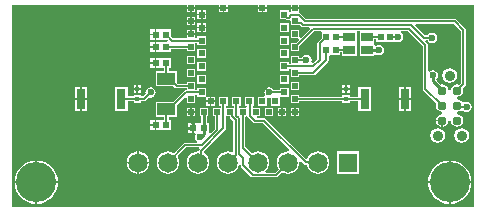
<source format=gtl>
G04*
G04 #@! TF.GenerationSoftware,Altium Limited,Altium Designer,21.6.4 (81)*
G04*
G04 Layer_Physical_Order=1*
G04 Layer_Color=255*
%FSLAX44Y44*%
%MOMM*%
G71*
G04*
G04 #@! TF.SameCoordinates,9C7C5B9B-610B-4B87-8B93-73775DEEA3A0*
G04*
G04*
G04 #@! TF.FilePolarity,Positive*
G04*
G01*
G75*
%ADD10C,0.1270*%
%ADD11C,0.2540*%
%ADD14R,1.5500X1.0000*%
%ADD16R,0.3500X0.3600*%
%ADD17R,0.5200X0.5500*%
%ADD18R,0.6200X0.6200*%
%ADD19R,0.4900X0.4900*%
%ADD20R,0.8000X1.7000*%
%ADD21R,1.0000X0.8000*%
%ADD34C,0.7900*%
%ADD35C,0.1524*%
%ADD36C,0.1520*%
%ADD37C,0.9000*%
%ADD38C,3.4000*%
%ADD39C,1.6500*%
%ADD40R,1.6500X1.6500*%
%ADD41C,0.6000*%
G36*
X395922Y4078D02*
X4078Y4078D01*
X4078Y175000D01*
X152280D01*
Y173262D01*
X156000D01*
X159720D01*
Y175000D01*
X179780D01*
Y173262D01*
X183500D01*
X187220D01*
Y175000D01*
X212780D01*
Y173262D01*
X216500D01*
X220220D01*
Y175000D01*
X240280D01*
Y173262D01*
X244000D01*
X247720D01*
Y175000D01*
X395922D01*
X395922Y4078D01*
D02*
G37*
%LPC*%
G36*
X247720Y171738D02*
X244000D01*
X240280D01*
X240280Y169397D01*
X240212Y169304D01*
X240098Y169202D01*
X239990Y169178D01*
X238720Y170201D01*
Y170720D01*
X231280D01*
Y163280D01*
X235793D01*
X236072Y163001D01*
X236744Y162552D01*
X237536Y162394D01*
X238840D01*
X239010Y162428D01*
X240280Y161574D01*
Y157780D01*
X245490D01*
X245690Y157740D01*
X248658D01*
X249652Y156746D01*
X250323Y156298D01*
X251115Y156140D01*
X256054D01*
X256540Y154967D01*
X248990Y147417D01*
X247720Y147943D01*
Y154220D01*
X240280D01*
Y146780D01*
X246557D01*
X247083Y145510D01*
X244793Y143220D01*
X240280D01*
Y135780D01*
X247720D01*
Y140293D01*
X260357Y152930D01*
X265762D01*
X266630Y152020D01*
X266630Y151660D01*
Y146877D01*
X263627Y143873D01*
X263206Y143243D01*
X263058Y142500D01*
Y129555D01*
X259117Y125614D01*
X258541Y125699D01*
X258044Y126433D01*
X257823Y127090D01*
X258104Y128500D01*
X257772Y130166D01*
X256828Y131579D01*
X255416Y132522D01*
X253750Y132854D01*
X252084Y132522D01*
X250672Y131579D01*
X249912Y130442D01*
X247720D01*
Y132220D01*
X240280D01*
Y124942D01*
X238720D01*
Y126720D01*
X231280D01*
Y119280D01*
X238720D01*
Y121058D01*
X240280D01*
Y113780D01*
X247720D01*
Y115558D01*
X259500D01*
X260243Y115706D01*
X260873Y116127D01*
X271873Y127127D01*
X272295Y127757D01*
X272442Y128500D01*
Y132082D01*
X273340Y132980D01*
X274370Y132980D01*
X275640Y132980D01*
X282370D01*
Y135058D01*
X283730D01*
Y131730D01*
X296270D01*
Y141460D01*
X296270Y142270D01*
X296270Y143540D01*
Y152930D01*
X298730D01*
Y143540D01*
X298730Y142730D01*
X298730Y141460D01*
Y131730D01*
X311270D01*
Y132829D01*
X312540Y133508D01*
X313334Y132978D01*
X315000Y132646D01*
X316666Y132978D01*
X318078Y133921D01*
X319022Y135334D01*
X319354Y137000D01*
X319022Y138666D01*
X318078Y140078D01*
X316666Y141022D01*
X315000Y141354D01*
X313334Y141022D01*
X312540Y140492D01*
X311270Y141171D01*
X311270Y142270D01*
X311270Y143540D01*
Y146058D01*
X312630D01*
Y143980D01*
X319360D01*
X320370Y143980D01*
X321640Y143980D01*
X328370D01*
Y143980D01*
X328511Y144056D01*
X329635Y143968D01*
X331250Y143646D01*
X332916Y143978D01*
X334328Y144922D01*
X335272Y146334D01*
X335604Y148000D01*
X335272Y149666D01*
X334328Y151079D01*
X333458Y151660D01*
X333843Y152930D01*
X339643D01*
X352400Y140173D01*
Y104080D01*
X352558Y103288D01*
X353006Y102617D01*
X363634Y91989D01*
X363633Y91987D01*
X363228Y89950D01*
X363633Y87913D01*
X364787Y86187D01*
X366513Y85033D01*
X368550Y84628D01*
Y82572D01*
X366513Y82167D01*
X364787Y81013D01*
X363633Y79287D01*
X363379Y78012D01*
X368550D01*
Y77250D01*
X369312D01*
Y72079D01*
X370587Y72333D01*
X372313Y73487D01*
X373467Y75213D01*
X373872Y77250D01*
X375928D01*
X376333Y75213D01*
X377487Y73487D01*
X379213Y72333D01*
X381250Y71928D01*
X383287Y72333D01*
X385013Y73487D01*
X386167Y75213D01*
X386572Y77250D01*
X386167Y79287D01*
X385013Y81013D01*
X383287Y82167D01*
X381250Y82572D01*
Y84628D01*
X383287Y85033D01*
X385013Y86187D01*
X386166Y85674D01*
X386189Y85660D01*
X387584Y84728D01*
X389250Y84396D01*
X390916Y84728D01*
X392328Y85672D01*
X393272Y87084D01*
X393604Y88750D01*
X393272Y90416D01*
X392328Y91828D01*
X390916Y92772D01*
X389250Y93104D01*
X387584Y92772D01*
X387251Y92550D01*
X385536Y92931D01*
X385013Y93713D01*
X383287Y94867D01*
X381250Y95272D01*
Y97328D01*
X383287Y97733D01*
X385013Y98887D01*
X386167Y100613D01*
X386572Y102650D01*
X386167Y104687D01*
X386166Y104689D01*
X387963Y106486D01*
X388412Y107158D01*
X388570Y107950D01*
Y154000D01*
X388412Y154792D01*
X387963Y155463D01*
X380714Y162714D01*
X380042Y163162D01*
X379250Y163320D01*
X253232D01*
X248858Y167694D01*
X248592Y167871D01*
X248071Y168414D01*
X247720Y169242D01*
X247720Y171738D01*
D02*
G37*
G36*
X220220Y171738D02*
X217262D01*
Y168780D01*
X220220D01*
Y171738D01*
D02*
G37*
G36*
X215738D02*
X212780D01*
Y168780D01*
X215738D01*
Y171738D01*
D02*
G37*
G36*
X187220Y171738D02*
X184262D01*
Y168780D01*
X187220D01*
Y171738D01*
D02*
G37*
G36*
X182738D02*
X179780D01*
Y168780D01*
X182738D01*
Y171738D01*
D02*
G37*
G36*
X159720Y171738D02*
X156762D01*
Y168780D01*
X159720D01*
Y171738D01*
D02*
G37*
G36*
X155238D02*
X152280D01*
Y168780D01*
X155238D01*
Y171738D01*
D02*
G37*
G36*
X168720Y170720D02*
X165762D01*
Y167762D01*
X168720D01*
Y170720D01*
D02*
G37*
G36*
X164238D02*
X161280D01*
Y167762D01*
X164238D01*
Y170720D01*
D02*
G37*
G36*
X168720Y166238D02*
X165762D01*
Y163280D01*
X168720D01*
Y166238D01*
D02*
G37*
G36*
X164238D02*
X161280D01*
Y163280D01*
X164238D01*
Y166238D01*
D02*
G37*
G36*
X159720Y165220D02*
X156762D01*
Y162262D01*
X159720D01*
Y165220D01*
D02*
G37*
G36*
X155238D02*
X152280D01*
Y162262D01*
X155238D01*
Y165220D01*
D02*
G37*
G36*
X159720Y160738D02*
X156762D01*
Y157780D01*
X159720D01*
Y160738D01*
D02*
G37*
G36*
X155238D02*
X152280D01*
Y157780D01*
X155238D01*
Y160738D01*
D02*
G37*
G36*
X168720Y159720D02*
X165762D01*
Y156762D01*
X168720D01*
Y159720D01*
D02*
G37*
G36*
X164238D02*
X161280D01*
Y156762D01*
X164238D01*
Y159720D01*
D02*
G37*
G36*
X238720D02*
X231280D01*
Y152280D01*
X238720D01*
Y159720D01*
D02*
G37*
G36*
X168720Y155238D02*
X165762D01*
Y152280D01*
X168720D01*
Y155238D01*
D02*
G37*
G36*
X164238D02*
X161280D01*
Y152280D01*
X164238D01*
Y155238D01*
D02*
G37*
G36*
X159720Y154220D02*
X156762D01*
Y151262D01*
X159720D01*
Y154220D01*
D02*
G37*
G36*
X155238D02*
X152280D01*
Y151262D01*
X155238D01*
Y154220D01*
D02*
G37*
G36*
X125238Y154370D02*
X121630D01*
Y150762D01*
X125238D01*
Y154370D01*
D02*
G37*
G36*
Y149238D02*
X121630D01*
Y145630D01*
X125238D01*
Y149238D01*
D02*
G37*
G36*
X130630Y154370D02*
X129360Y154370D01*
X126762D01*
Y150000D01*
Y145630D01*
X129360D01*
X130370Y145630D01*
X131640Y145630D01*
X136207D01*
X136580Y145140D01*
X135952Y143870D01*
X130630Y143870D01*
X129360Y143870D01*
X126762D01*
Y139500D01*
Y135130D01*
X129360D01*
X130370Y135130D01*
X131640Y135130D01*
X139370D01*
Y137430D01*
X152280D01*
Y135780D01*
X159720D01*
Y142930D01*
X161280D01*
Y141280D01*
X168720D01*
Y148720D01*
X161280D01*
Y147070D01*
X159720D01*
Y149738D01*
X156000D01*
X152280D01*
Y147070D01*
X141107D01*
X139370Y148807D01*
Y154370D01*
X130630Y154370D01*
D02*
G37*
G36*
X238720Y148720D02*
X231280D01*
Y141280D01*
X238720D01*
Y148720D01*
D02*
G37*
G36*
X125238Y143870D02*
X121630D01*
Y140262D01*
X125238D01*
Y143870D01*
D02*
G37*
G36*
Y138738D02*
X121630D01*
Y135130D01*
X125238D01*
Y138738D01*
D02*
G37*
G36*
X238720Y137720D02*
X231280D01*
Y130280D01*
X238720D01*
Y137720D01*
D02*
G37*
G36*
X168720D02*
X161280D01*
Y130280D01*
X168720D01*
Y137720D01*
D02*
G37*
G36*
X125238Y130120D02*
X121630D01*
Y126512D01*
X125238D01*
Y130120D01*
D02*
G37*
G36*
X159720Y132220D02*
X152280D01*
Y124780D01*
X159720D01*
Y132220D01*
D02*
G37*
G36*
X125238Y124988D02*
X121630D01*
Y121380D01*
X125238D01*
Y124988D01*
D02*
G37*
G36*
X168720Y126720D02*
X161280D01*
Y119280D01*
X168720D01*
Y126720D01*
D02*
G37*
G36*
X159720Y121220D02*
X152280D01*
Y113780D01*
X159720D01*
Y121220D01*
D02*
G37*
G36*
X168720Y115720D02*
X161280D01*
Y108280D01*
X168720D01*
Y115720D01*
D02*
G37*
G36*
X238720Y115720D02*
X231280D01*
Y108280D01*
X238720D01*
Y115720D01*
D02*
G37*
G36*
X113520Y107020D02*
X111262D01*
Y104712D01*
X113520D01*
Y107020D01*
D02*
G37*
G36*
X109738D02*
X107480D01*
Y104712D01*
X109738D01*
Y107020D01*
D02*
G37*
G36*
X290270Y106970D02*
X288012D01*
Y104662D01*
X290270D01*
Y106970D01*
D02*
G37*
G36*
X286488D02*
X284230D01*
Y104662D01*
X286488D01*
Y106970D01*
D02*
G37*
G36*
X247720Y110220D02*
X240280D01*
Y102780D01*
X247720D01*
Y110220D01*
D02*
G37*
G36*
X113520Y103188D02*
X111262D01*
Y100880D01*
X113520D01*
Y103188D01*
D02*
G37*
G36*
X109738D02*
X107480D01*
Y100880D01*
X109738D01*
Y103188D01*
D02*
G37*
G36*
X290270Y103138D02*
X288012D01*
Y100830D01*
X290270D01*
Y103138D01*
D02*
G37*
G36*
X286488D02*
X284230D01*
Y100830D01*
X286488D01*
Y103138D01*
D02*
G37*
G36*
X121750Y105354D02*
X120084Y105022D01*
X118672Y104079D01*
X117728Y102666D01*
X117396Y101000D01*
X117633Y99810D01*
X115548Y97725D01*
X113520D01*
Y98620D01*
X107480D01*
Y97620D01*
X102270D01*
Y105270D01*
X91730D01*
Y85730D01*
X102270D01*
Y93480D01*
X107480D01*
Y92480D01*
X113520D01*
Y93585D01*
X116405D01*
X117197Y93743D01*
X117868Y94191D01*
X120560Y96883D01*
X121750Y96646D01*
X123416Y96978D01*
X124829Y97921D01*
X125772Y99334D01*
X126104Y101000D01*
X125772Y102666D01*
X124829Y104079D01*
X123416Y105022D01*
X121750Y105354D01*
D02*
G37*
G36*
X308270Y105270D02*
X297730D01*
Y97570D01*
X290270D01*
Y98570D01*
X284230D01*
Y97570D01*
X247720D01*
Y99220D01*
X240280D01*
Y91780D01*
X247720D01*
Y93430D01*
X284230D01*
Y92430D01*
X290270D01*
Y93430D01*
X297730D01*
Y85730D01*
X308270D01*
Y105270D01*
D02*
G37*
G36*
X342270D02*
X337762D01*
Y96262D01*
X342270D01*
Y105270D01*
D02*
G37*
G36*
X336238D02*
X331730D01*
Y96262D01*
X336238D01*
Y105270D01*
D02*
G37*
G36*
X68270D02*
X63762D01*
Y96262D01*
X68270D01*
Y105270D01*
D02*
G37*
G36*
X62238D02*
X57730D01*
Y96262D01*
X62238D01*
Y105270D01*
D02*
G37*
G36*
X173262Y97220D02*
Y94262D01*
X176220D01*
Y97220D01*
X173262D01*
D02*
G37*
G36*
X130630Y130120D02*
X129360Y130120D01*
X126762D01*
Y125750D01*
Y121380D01*
X129360D01*
X130370Y121380D01*
X131640Y121380D01*
X132928D01*
Y119020D01*
X125980D01*
Y106480D01*
X141090D01*
X142535Y105035D01*
X142535Y105035D01*
X143207Y104586D01*
X144000Y104428D01*
X152280D01*
Y103070D01*
X152000D01*
X151208Y102912D01*
X150536Y102464D01*
X141093Y93020D01*
X125980D01*
Y80480D01*
X132930D01*
Y78768D01*
X132032Y77870D01*
X130630Y77870D01*
X129360Y77870D01*
X126762D01*
Y73500D01*
Y69130D01*
X129360D01*
X130370Y69130D01*
X131640Y69130D01*
X139370D01*
Y77870D01*
X137070D01*
Y80480D01*
X144020D01*
Y90093D01*
X151107Y97180D01*
X152280Y96694D01*
Y91780D01*
X159720D01*
Y98930D01*
X161280D01*
Y97280D01*
X167506D01*
X167535Y97280D01*
X168723Y97223D01*
X168780Y96035D01*
X168780Y96006D01*
Y94262D01*
X171738D01*
Y97220D01*
X169994D01*
X169965Y97220D01*
X168777Y97277D01*
X168720Y98464D01*
X168720Y98494D01*
Y104720D01*
X161280D01*
Y103070D01*
X159720D01*
Y110220D01*
X152280D01*
Y108572D01*
X144858D01*
X144020Y109410D01*
Y119020D01*
X137072D01*
Y121380D01*
X139370D01*
Y130120D01*
X130630Y130120D01*
D02*
G37*
G36*
X222250Y105354D02*
X220584Y105022D01*
X219172Y104079D01*
X218228Y102666D01*
X217896Y101000D01*
X218228Y99334D01*
X218792Y98490D01*
X218113Y97220D01*
X212780D01*
Y89780D01*
X220220D01*
Y95810D01*
X221490Y96798D01*
X222250Y96646D01*
X222798Y96755D01*
X223780Y95950D01*
Y89780D01*
X231220D01*
Y96006D01*
X231220Y96035D01*
X231277Y97223D01*
X232464Y97280D01*
X232494Y97280D01*
X238720D01*
Y104720D01*
X231280D01*
Y103070D01*
X226003D01*
X225329Y104079D01*
X223916Y105022D01*
X222250Y105354D01*
D02*
G37*
G36*
X176220Y92738D02*
X173262D01*
Y89780D01*
X176220D01*
Y92738D01*
D02*
G37*
G36*
X171738D02*
X168780D01*
Y89780D01*
X171738D01*
Y92738D01*
D02*
G37*
G36*
X209220Y97220D02*
X201780D01*
Y89780D01*
X203027D01*
X203215Y89490D01*
X202525Y88220D01*
X196572D01*
Y89780D01*
X198220D01*
Y97220D01*
X190780D01*
Y89780D01*
X192428D01*
Y88220D01*
X185572D01*
Y89780D01*
X187220D01*
Y97220D01*
X179780D01*
Y89780D01*
X181428D01*
Y88220D01*
X174280D01*
Y80780D01*
X175928D01*
Y69858D01*
X172598Y66528D01*
X171370Y67096D01*
X171370Y67707D01*
Y75370D01*
X169590D01*
Y80780D01*
X170720D01*
Y88220D01*
X163280D01*
Y80780D01*
X164410D01*
Y76268D01*
X163512Y75370D01*
X162630D01*
Y75370D01*
X162370D01*
Y75370D01*
X158762D01*
Y71000D01*
Y66630D01*
X159346D01*
X160024Y65360D01*
X159728Y64916D01*
X159396Y63250D01*
X159728Y61584D01*
X160672Y60171D01*
X161176Y59834D01*
X160791Y58565D01*
X151293D01*
X150500Y58407D01*
X149828Y57958D01*
X149828Y57958D01*
X141632Y49762D01*
X141301Y50016D01*
X138985Y50975D01*
X136500Y51302D01*
X134015Y50975D01*
X131699Y50016D01*
X129710Y48490D01*
X128184Y46501D01*
X127225Y44185D01*
X126898Y41700D01*
X127225Y39215D01*
X128184Y36899D01*
X129710Y34910D01*
X131699Y33384D01*
X134015Y32425D01*
X136500Y32098D01*
X138985Y32425D01*
X141301Y33384D01*
X143290Y34910D01*
X144816Y36899D01*
X145775Y39215D01*
X146102Y41700D01*
X145775Y44185D01*
X144816Y46501D01*
X144562Y46832D01*
X152151Y54421D01*
X162828D01*
X163003Y53997D01*
X163215Y53151D01*
X162851Y52607D01*
X162694Y51814D01*
X161647Y51269D01*
X159415Y50975D01*
X157099Y50016D01*
X155110Y48490D01*
X153584Y46501D01*
X152625Y44185D01*
X152298Y41700D01*
X152625Y39215D01*
X153584Y36899D01*
X155110Y34910D01*
X157099Y33384D01*
X159415Y32425D01*
X161900Y32098D01*
X164385Y32425D01*
X166701Y33384D01*
X168690Y34910D01*
X170216Y36899D01*
X171175Y39215D01*
X171502Y41700D01*
X171175Y44185D01*
X170216Y46501D01*
X168690Y48490D01*
X167028Y49765D01*
X166971Y51090D01*
X184965Y69084D01*
X185414Y69756D01*
X185572Y70549D01*
X185572Y70549D01*
Y80780D01*
X188666D01*
X188778Y80216D01*
X189226Y79544D01*
X191805Y76966D01*
Y51281D01*
X190749Y50576D01*
X189785Y50975D01*
X187300Y51302D01*
X184815Y50975D01*
X182499Y50016D01*
X180510Y48490D01*
X178984Y46501D01*
X178025Y44185D01*
X177698Y41700D01*
X178025Y39215D01*
X178984Y36899D01*
X180510Y34910D01*
X182499Y33384D01*
X184815Y32425D01*
X187300Y32098D01*
X189785Y32425D01*
X192101Y33384D01*
X194090Y34910D01*
X195616Y36899D01*
X196575Y39215D01*
X197895Y39515D01*
X197928Y39506D01*
X198086Y38713D01*
X198535Y38040D01*
X206873Y29703D01*
X206873Y29703D01*
X207545Y29254D01*
X208337Y29096D01*
X227918D01*
X227918Y29096D01*
X228711Y29254D01*
X229383Y29703D01*
X233166Y33486D01*
X233299Y33384D01*
X235615Y32425D01*
X238100Y32098D01*
X240585Y32425D01*
X242901Y33384D01*
X244890Y34910D01*
X246416Y36899D01*
X247375Y39215D01*
X247702Y41700D01*
X247616Y42352D01*
X248819Y42945D01*
X251507Y40258D01*
X252178Y39810D01*
X252970Y39652D01*
X254167D01*
X254225Y39215D01*
X255184Y36899D01*
X256710Y34910D01*
X258699Y33384D01*
X261015Y32425D01*
X263500Y32098D01*
X265985Y32425D01*
X268301Y33384D01*
X270290Y34910D01*
X271816Y36899D01*
X272775Y39215D01*
X273102Y41700D01*
X272775Y44185D01*
X271816Y46501D01*
X270290Y48490D01*
X268301Y50016D01*
X265985Y50975D01*
X263500Y51302D01*
X261015Y50975D01*
X258699Y50016D01*
X256710Y48490D01*
X255184Y46501D01*
X254519Y44896D01*
X253052Y44567D01*
X219085Y78534D01*
X218414Y78982D01*
X217622Y79140D01*
X211877D01*
X211607Y79510D01*
X212253Y80780D01*
X214720D01*
Y88220D01*
X208340D01*
Y89780D01*
X209220D01*
Y97220D01*
D02*
G37*
G36*
X342270Y94738D02*
X337762D01*
Y85730D01*
X342270D01*
Y94738D01*
D02*
G37*
G36*
X336238D02*
X331730D01*
Y85730D01*
X336238D01*
Y94738D01*
D02*
G37*
G36*
X68270Y94738D02*
X63762D01*
Y85730D01*
X68270D01*
Y94738D01*
D02*
G37*
G36*
X62238D02*
X57730D01*
Y85730D01*
X62238D01*
Y94738D01*
D02*
G37*
G36*
X247720Y88220D02*
X244762D01*
Y85262D01*
X247720D01*
Y88220D01*
D02*
G37*
G36*
X243238D02*
X240280D01*
Y85262D01*
X243238D01*
Y88220D01*
D02*
G37*
G36*
X236720D02*
X233762D01*
Y85262D01*
X236720D01*
Y88220D01*
D02*
G37*
G36*
X159720D02*
X156762D01*
Y85262D01*
X159720D01*
Y88220D01*
D02*
G37*
G36*
X232238D02*
X229280D01*
Y85262D01*
X232238D01*
Y88220D01*
D02*
G37*
G36*
X155238D02*
X152280D01*
Y85262D01*
X155238D01*
Y88220D01*
D02*
G37*
G36*
X247720Y83738D02*
X244762D01*
Y80780D01*
X247720D01*
Y83738D01*
D02*
G37*
G36*
X243238D02*
X240280D01*
Y80780D01*
X243238D01*
Y83738D01*
D02*
G37*
G36*
X236720Y83738D02*
X233762D01*
Y80780D01*
X236720D01*
Y83738D01*
D02*
G37*
G36*
X232238D02*
X229280D01*
Y80780D01*
X232238D01*
Y83738D01*
D02*
G37*
G36*
X225720Y88220D02*
X218280D01*
Y80780D01*
X225720D01*
Y88220D01*
D02*
G37*
G36*
X159720Y83738D02*
X156762D01*
Y80780D01*
X159720D01*
Y83738D01*
D02*
G37*
G36*
X155238D02*
X152280D01*
Y80780D01*
X155238D01*
Y83738D01*
D02*
G37*
G36*
X125238Y77870D02*
X121630D01*
Y74262D01*
X125238D01*
Y77870D01*
D02*
G37*
G36*
X367788Y76488D02*
X363379D01*
X363633Y75213D01*
X364787Y73487D01*
X366513Y72333D01*
X367788Y72079D01*
Y76488D01*
D02*
G37*
G36*
X157238Y75370D02*
X153630D01*
Y71762D01*
X157238D01*
Y75370D01*
D02*
G37*
G36*
X125238Y72738D02*
X121630D01*
Y69130D01*
X125238D01*
Y72738D01*
D02*
G37*
G36*
X157238Y70238D02*
X153630D01*
Y66630D01*
X157238D01*
Y70238D01*
D02*
G37*
G36*
X385060Y70917D02*
X382623Y70433D01*
X380558Y69052D01*
X379177Y66987D01*
X378693Y64550D01*
X379177Y62113D01*
X380558Y60048D01*
X382623Y58667D01*
X385060Y58183D01*
X387497Y58667D01*
X389562Y60048D01*
X390943Y62113D01*
X391427Y64550D01*
X390943Y66987D01*
X389562Y69052D01*
X387497Y70433D01*
X385060Y70917D01*
D02*
G37*
G36*
X364740D02*
X362303Y70433D01*
X360238Y69052D01*
X358857Y66987D01*
X358373Y64550D01*
X358857Y62113D01*
X360238Y60048D01*
X362303Y58667D01*
X364740Y58183D01*
X367177Y58667D01*
X369242Y60048D01*
X370623Y62113D01*
X371107Y64550D01*
X370623Y66987D01*
X369242Y69052D01*
X367177Y70433D01*
X364740Y70917D01*
D02*
G37*
G36*
X111862Y51202D02*
Y42462D01*
X120602D01*
X120375Y44185D01*
X119416Y46501D01*
X117890Y48490D01*
X115901Y50016D01*
X113585Y50975D01*
X111862Y51202D01*
D02*
G37*
G36*
X110338D02*
X108615Y50975D01*
X106299Y50016D01*
X104310Y48490D01*
X102784Y46501D01*
X101825Y44185D01*
X101598Y42462D01*
X110338D01*
Y51202D01*
D02*
G37*
G36*
X120602Y40938D02*
X111862D01*
Y32198D01*
X113585Y32425D01*
X115901Y33384D01*
X117890Y34910D01*
X119416Y36899D01*
X120375Y39215D01*
X120602Y40938D01*
D02*
G37*
G36*
X110338D02*
X101598D01*
X101825Y39215D01*
X102784Y36899D01*
X104310Y34910D01*
X106299Y33384D01*
X108615Y32425D01*
X110338Y32198D01*
Y40938D01*
D02*
G37*
G36*
X298420Y51220D02*
X279380D01*
Y32180D01*
X298420D01*
Y51220D01*
D02*
G37*
G36*
X375762Y43283D02*
Y25762D01*
X393283D01*
X393006Y28582D01*
X391961Y32025D01*
X390264Y35199D01*
X387981Y37981D01*
X385199Y40264D01*
X382025Y41961D01*
X378582Y43006D01*
X375762Y43283D01*
D02*
G37*
G36*
X374238D02*
X371418Y43006D01*
X367975Y41961D01*
X364801Y40264D01*
X362019Y37981D01*
X359736Y35199D01*
X358039Y32025D01*
X356994Y28582D01*
X356717Y25762D01*
X374238D01*
Y43283D01*
D02*
G37*
G36*
X25762D02*
Y25762D01*
X43283D01*
X43006Y28582D01*
X41961Y32025D01*
X40264Y35199D01*
X37981Y37981D01*
X35199Y40264D01*
X32025Y41961D01*
X28582Y43006D01*
X25762Y43283D01*
D02*
G37*
G36*
X24238D02*
X21418Y43006D01*
X17975Y41961D01*
X14801Y40264D01*
X12019Y37981D01*
X9736Y35199D01*
X8039Y32025D01*
X6994Y28582D01*
X6717Y25762D01*
X24238D01*
Y43283D01*
D02*
G37*
G36*
X393283Y24238D02*
X375762D01*
Y6717D01*
X378582Y6994D01*
X382025Y8039D01*
X385199Y9736D01*
X387981Y12019D01*
X390264Y14801D01*
X391961Y17975D01*
X393006Y21418D01*
X393283Y24238D01*
D02*
G37*
G36*
X374238D02*
X356717D01*
X356994Y21418D01*
X358039Y17975D01*
X359736Y14801D01*
X362019Y12019D01*
X364801Y9736D01*
X367975Y8039D01*
X371418Y6994D01*
X374238Y6717D01*
Y24238D01*
D02*
G37*
G36*
X43283D02*
X25762D01*
Y6717D01*
X28582Y6994D01*
X32025Y8039D01*
X35199Y9736D01*
X37981Y12019D01*
X40264Y14801D01*
X41961Y17975D01*
X43006Y21418D01*
X43283Y24238D01*
D02*
G37*
G36*
X24238D02*
X6717D01*
X6994Y21418D01*
X8039Y17975D01*
X9736Y14801D01*
X12019Y12019D01*
X14801Y9736D01*
X17975Y8039D01*
X21418Y6994D01*
X24238Y6717D01*
Y24238D01*
D02*
G37*
%LPD*%
G36*
X384430Y153143D02*
Y108807D01*
X383206Y107583D01*
X381250Y107972D01*
X379213Y107567D01*
X377487Y106413D01*
X376333Y104687D01*
X375948Y102750D01*
X373852D01*
X373467Y104687D01*
X372313Y106413D01*
X370587Y107567D01*
X368550Y107972D01*
X367207Y107705D01*
X363902Y111011D01*
X363829Y112422D01*
X364772Y113834D01*
X365104Y115500D01*
X364772Y117166D01*
X363829Y118579D01*
X362416Y119522D01*
X360750Y119854D01*
X359084Y119522D01*
X357810Y118671D01*
X357192Y118829D01*
X356540Y119171D01*
Y141030D01*
X356382Y141822D01*
X355933Y142494D01*
X354517Y143910D01*
X355043Y145180D01*
X356247D01*
X356922Y144171D01*
X358334Y143228D01*
X360000Y142896D01*
X361666Y143228D01*
X363078Y144171D01*
X364022Y145584D01*
X364354Y147250D01*
X364022Y148916D01*
X363078Y150329D01*
X361666Y151272D01*
X360000Y151604D01*
X358334Y151272D01*
X356922Y150329D01*
X356247Y149320D01*
X354291D01*
X345604Y158007D01*
X346090Y159180D01*
X378393D01*
X384430Y153143D01*
D02*
G37*
%LPC*%
G36*
X374900Y121717D02*
X372463Y121233D01*
X370398Y119852D01*
X369017Y117787D01*
X368533Y115350D01*
X369017Y112913D01*
X370398Y110848D01*
X372463Y109467D01*
X374900Y108983D01*
X377337Y109467D01*
X379402Y110848D01*
X380783Y112913D01*
X381267Y115350D01*
X380783Y117787D01*
X379402Y119852D01*
X377337Y121233D01*
X374900Y121717D01*
D02*
G37*
%LPD*%
G36*
X203720Y80780D02*
X204629Y79908D01*
X204806Y79642D01*
X208842Y75606D01*
X209513Y75158D01*
X210306Y75000D01*
X216764D01*
X239345Y52419D01*
X238752Y51216D01*
X238100Y51302D01*
X235615Y50975D01*
X233299Y50016D01*
X231310Y48490D01*
X229784Y46501D01*
X228825Y44185D01*
X228498Y41700D01*
X228825Y39215D01*
X229784Y36899D01*
X230190Y36370D01*
X227060Y33240D01*
X219399D01*
X218968Y34510D01*
X219490Y34910D01*
X221016Y36899D01*
X221975Y39215D01*
X222302Y41700D01*
X221975Y44185D01*
X221016Y46501D01*
X219490Y48490D01*
X217501Y50016D01*
X215185Y50975D01*
X212700Y51302D01*
X210215Y50975D01*
X207899Y50016D01*
X207567Y49761D01*
X202070Y55257D01*
Y79882D01*
X202968Y80780D01*
X203720Y80780D01*
D02*
G37*
D10*
X305000Y148000D02*
X316500D01*
X316500Y148000D01*
X278500Y137000D02*
X290000D01*
X278500Y148000D02*
X290000D01*
X290000Y148000D01*
X324500Y148000D02*
X331250D01*
X244000Y128500D02*
X253750D01*
X253750Y128500D01*
X270500Y128500D02*
Y137000D01*
X259500Y117500D02*
X270500Y128500D01*
X244000Y117500D02*
X259500D01*
X235000Y123000D02*
X259250D01*
X265000Y128750D02*
Y142500D01*
X259250Y123000D02*
X265000Y128750D01*
X270500Y147850D02*
Y148000D01*
X268535Y145885D02*
X270500Y147850D01*
X268385Y145885D02*
X268535D01*
X265000Y142500D02*
X268385Y145885D01*
D11*
X156000Y77000D02*
Y84500D01*
Y77000D02*
X157750Y75250D01*
Y71250D02*
X158000Y71000D01*
X157750Y71250D02*
Y75250D01*
X150250Y71000D02*
X158000D01*
X167000D02*
Y84500D01*
Y66000D02*
Y71000D01*
X163750Y63250D02*
X164250D01*
X167000Y66000D01*
X305000Y137000D02*
X315000D01*
X360750Y110500D02*
Y115500D01*
Y110500D02*
X368550Y102700D01*
Y102650D02*
Y102700D01*
D14*
X135000Y112750D02*
D03*
Y86750D02*
D03*
D16*
X287250Y95500D02*
D03*
Y103900D02*
D03*
X110500Y103950D02*
D03*
Y95550D02*
D03*
D17*
X270500Y148000D02*
D03*
X278500D02*
D03*
X316500D02*
D03*
X324500D02*
D03*
X278500Y137000D02*
D03*
X270500D02*
D03*
D18*
X158000Y71000D02*
D03*
X167000D02*
D03*
X126000Y125750D02*
D03*
X135000D02*
D03*
X126000Y73500D02*
D03*
X135000D02*
D03*
X126000Y150000D02*
D03*
X135000D02*
D03*
X126000Y139500D02*
D03*
X135000D02*
D03*
D19*
X183500Y172500D02*
D03*
X216500D02*
D03*
X165000Y101000D02*
D03*
Y112000D02*
D03*
Y123000D02*
D03*
Y134000D02*
D03*
Y145000D02*
D03*
Y156000D02*
D03*
X156000Y95500D02*
D03*
Y106500D02*
D03*
Y117500D02*
D03*
Y128500D02*
D03*
Y139500D02*
D03*
Y150500D02*
D03*
Y161500D02*
D03*
X165000Y167000D02*
D03*
X156000Y172500D02*
D03*
Y84500D02*
D03*
X167000D02*
D03*
X178000D02*
D03*
X189000D02*
D03*
X200000D02*
D03*
X211000D02*
D03*
X222000D02*
D03*
X233000D02*
D03*
X244000D02*
D03*
X172500Y93500D02*
D03*
X183500D02*
D03*
X194500D02*
D03*
X205500D02*
D03*
X216500D02*
D03*
X227500D02*
D03*
X244000Y95500D02*
D03*
Y106500D02*
D03*
Y117500D02*
D03*
Y128500D02*
D03*
Y139500D02*
D03*
Y150500D02*
D03*
Y161500D02*
D03*
Y172500D02*
D03*
X235000Y101000D02*
D03*
Y112000D02*
D03*
Y123000D02*
D03*
Y134000D02*
D03*
Y145000D02*
D03*
Y156000D02*
D03*
Y167000D02*
D03*
D20*
X337000Y95500D02*
D03*
X303000D02*
D03*
X97000D02*
D03*
X63000D02*
D03*
D21*
X305000Y137000D02*
D03*
X290000D02*
D03*
Y148000D02*
D03*
X305000D02*
D03*
D34*
X381250Y77250D02*
D03*
X368550D02*
D03*
X381250Y89950D02*
D03*
X368550D02*
D03*
X381250Y102650D02*
D03*
X368550D02*
D03*
D35*
X165493Y56493D02*
X178000Y69000D01*
Y84500D01*
X164765Y44566D02*
Y51814D01*
X151293Y56493D02*
X165493D01*
X164765Y51814D02*
X183500Y70549D01*
X161900Y41700D02*
X164765Y44566D01*
X183500Y70549D02*
Y93500D01*
X196958Y48542D02*
Y79042D01*
X194500Y81500D02*
Y93500D01*
Y81500D02*
X196958Y79042D01*
X200000Y39506D02*
Y45500D01*
X196958Y48542D02*
X200000Y45500D01*
Y39506D02*
X208337Y31168D01*
X135000Y112750D02*
X135000Y112750D01*
X135000Y125750D02*
X135000Y125750D01*
Y112750D02*
Y125750D01*
X144000Y106500D02*
X156000D01*
X137750Y112750D02*
X144000Y106500D01*
X135000Y112750D02*
X137750D01*
X238100Y41350D02*
Y41700D01*
X208337Y31168D02*
X227918D01*
X238100Y41350D01*
X136500Y41700D02*
X151293Y56493D01*
D36*
X381800Y90500D02*
X383550Y88750D01*
X389250D01*
X386500Y107950D02*
Y154000D01*
X381250Y102700D02*
X386500Y107950D01*
X379250Y161250D02*
X386500Y154000D01*
X340500Y155000D02*
X354470Y141030D01*
X259500Y155000D02*
X340500D01*
X354470Y104080D02*
Y141030D01*
X342473Y158210D02*
X353433Y147250D01*
X360000D01*
X251115Y158210D02*
X342473D01*
X247394Y166230D02*
X252374Y161250D01*
X379250D01*
X244000Y161500D02*
X245690Y159810D01*
X249515D01*
X251115Y158210D01*
X240606Y166230D02*
X247394D01*
X235000Y167000D02*
X237536Y164464D01*
X238840D01*
X240606Y166230D01*
X193875Y48375D02*
Y77823D01*
X190690Y81008D02*
X193875Y77823D01*
X189000Y84500D02*
X190690Y82810D01*
Y81008D02*
Y82810D01*
X187300Y41700D02*
Y41800D01*
X193875Y48375D01*
X354470Y104080D02*
X368550Y90000D01*
X381250Y89950D02*
X381800Y90500D01*
X140250Y145000D02*
X165000D01*
X135000Y150250D02*
X140250Y145000D01*
X135000Y139500D02*
X156000D01*
X152000Y101000D02*
X165000D01*
X137750Y86750D02*
X152000Y101000D01*
X135000Y86750D02*
X137750D01*
X252970Y41722D02*
X263478D01*
X210306Y77070D02*
X217622D01*
X252970Y41722D01*
X97000Y95500D02*
X97050Y95550D01*
X110500D01*
X200000Y54400D02*
Y84500D01*
Y54400D02*
X212700Y41700D01*
X206270Y81106D02*
X210306Y77070D01*
X205500Y93500D02*
X206270Y92730D01*
Y81106D02*
Y92730D01*
X263478Y41722D02*
X263500Y41700D01*
X116405Y95655D02*
X121750Y101000D01*
X110605Y95655D02*
X116405D01*
X110500Y95550D02*
X110605Y95655D01*
X135000Y73500D02*
Y86750D01*
X135000Y86750D02*
X135000Y86750D01*
X222250Y101000D02*
X235000D01*
X244000Y95500D02*
X287250D01*
X303000D01*
X244000Y139500D02*
X259500Y155000D01*
D37*
X364740Y64550D02*
D03*
X385060D02*
D03*
X374900Y115350D02*
D03*
D38*
X25000Y25000D02*
D03*
X375000D02*
D03*
D39*
X111100Y41700D02*
D03*
X136500D02*
D03*
X238100D02*
D03*
X263500D02*
D03*
X212700D02*
D03*
X187300D02*
D03*
X161900D02*
D03*
D40*
X288900D02*
D03*
D41*
X163750Y63250D02*
D03*
X187250Y67000D02*
D03*
X331250Y148000D02*
D03*
X315000Y137000D02*
D03*
X253750Y128500D02*
D03*
X275000Y126500D02*
D03*
X290000D02*
D03*
X305000D02*
D03*
X256250Y143750D02*
D03*
X350000Y21500D02*
D03*
X50000D02*
D03*
X380000Y171500D02*
D03*
Y141500D02*
D03*
Y51500D02*
D03*
X365000Y126500D02*
D03*
Y51500D02*
D03*
X350000Y96500D02*
D03*
Y81500D02*
D03*
Y66500D02*
D03*
Y51500D02*
D03*
Y36500D02*
D03*
X335000Y126500D02*
D03*
Y111500D02*
D03*
Y81500D02*
D03*
Y66500D02*
D03*
Y51500D02*
D03*
Y36500D02*
D03*
Y21500D02*
D03*
X320000Y111500D02*
D03*
Y96500D02*
D03*
Y81500D02*
D03*
Y66500D02*
D03*
Y51500D02*
D03*
Y36500D02*
D03*
Y21500D02*
D03*
X305000Y111500D02*
D03*
Y81500D02*
D03*
Y66500D02*
D03*
Y51500D02*
D03*
Y36500D02*
D03*
Y21500D02*
D03*
X290000Y111500D02*
D03*
Y81500D02*
D03*
Y66500D02*
D03*
Y21500D02*
D03*
X275000Y111500D02*
D03*
Y81500D02*
D03*
Y66500D02*
D03*
Y51500D02*
D03*
Y21500D02*
D03*
X260000Y111500D02*
D03*
Y81500D02*
D03*
Y66500D02*
D03*
Y21500D02*
D03*
X245000Y66500D02*
D03*
Y21500D02*
D03*
X230000D02*
D03*
X215000Y156500D02*
D03*
Y141500D02*
D03*
Y126500D02*
D03*
Y66500D02*
D03*
Y21500D02*
D03*
X200000Y171500D02*
D03*
Y156500D02*
D03*
Y141500D02*
D03*
Y126500D02*
D03*
Y111500D02*
D03*
Y21500D02*
D03*
X185000Y156500D02*
D03*
Y141500D02*
D03*
Y126500D02*
D03*
Y111500D02*
D03*
Y21500D02*
D03*
X170000D02*
D03*
X155000D02*
D03*
X140000Y171500D02*
D03*
Y21500D02*
D03*
X125000Y171500D02*
D03*
Y51500D02*
D03*
Y21500D02*
D03*
X110000Y171500D02*
D03*
Y156500D02*
D03*
Y141500D02*
D03*
Y126500D02*
D03*
Y111500D02*
D03*
Y81500D02*
D03*
Y66500D02*
D03*
Y21500D02*
D03*
X95000Y171500D02*
D03*
Y156500D02*
D03*
Y141500D02*
D03*
Y126500D02*
D03*
Y111500D02*
D03*
Y81500D02*
D03*
Y66500D02*
D03*
Y51500D02*
D03*
Y36500D02*
D03*
Y21500D02*
D03*
X80000Y171500D02*
D03*
Y156500D02*
D03*
Y141500D02*
D03*
Y126500D02*
D03*
Y111500D02*
D03*
Y96500D02*
D03*
Y81500D02*
D03*
Y66500D02*
D03*
Y51500D02*
D03*
Y36500D02*
D03*
Y21500D02*
D03*
X65000Y171500D02*
D03*
Y156500D02*
D03*
Y141500D02*
D03*
Y126500D02*
D03*
Y111500D02*
D03*
Y81500D02*
D03*
Y66500D02*
D03*
Y51500D02*
D03*
Y36500D02*
D03*
Y21500D02*
D03*
X50000Y171500D02*
D03*
Y156500D02*
D03*
Y141500D02*
D03*
Y126500D02*
D03*
Y111500D02*
D03*
Y96500D02*
D03*
Y81500D02*
D03*
Y66500D02*
D03*
Y51500D02*
D03*
Y36500D02*
D03*
X35000Y171500D02*
D03*
Y156500D02*
D03*
Y141500D02*
D03*
Y126500D02*
D03*
Y111500D02*
D03*
Y96500D02*
D03*
Y81500D02*
D03*
Y66500D02*
D03*
Y51500D02*
D03*
X20000Y171500D02*
D03*
Y156500D02*
D03*
Y141500D02*
D03*
Y126500D02*
D03*
Y111500D02*
D03*
Y96500D02*
D03*
Y81500D02*
D03*
Y66500D02*
D03*
Y51500D02*
D03*
X172500Y100500D02*
D03*
X389250Y88750D02*
D03*
X392500Y96500D02*
D03*
Y81500D02*
D03*
Y111500D02*
D03*
X7500Y51500D02*
D03*
Y66500D02*
D03*
Y81500D02*
D03*
Y96500D02*
D03*
Y111500D02*
D03*
Y126500D02*
D03*
Y141500D02*
D03*
Y156500D02*
D03*
Y171500D02*
D03*
X392500Y141500D02*
D03*
Y126500D02*
D03*
X215000Y111500D02*
D03*
X133000Y161500D02*
D03*
X145000Y132500D02*
D03*
X148250Y112750D02*
D03*
X135000Y100000D02*
D03*
X137500Y61500D02*
D03*
X175000Y50000D02*
D03*
X206000Y57500D02*
D03*
X225000Y50000D02*
D03*
X252500Y51500D02*
D03*
X260000Y101500D02*
D03*
X275000D02*
D03*
X365000Y155000D02*
D03*
X348500Y118750D02*
D03*
Y134500D02*
D03*
X335000Y141500D02*
D03*
X360750Y115500D02*
D03*
X305000Y171500D02*
D03*
X365000D02*
D03*
X290000D02*
D03*
X251000D02*
D03*
X350000D02*
D03*
X320000D02*
D03*
X260000D02*
D03*
X335000D02*
D03*
X275000D02*
D03*
X148750Y171250D02*
D03*
Y150500D02*
D03*
Y161500D02*
D03*
X251250Y84500D02*
D03*
X244000Y77500D02*
D03*
X233000D02*
D03*
X235750Y92500D02*
D03*
X164250D02*
D03*
X150250Y71000D02*
D03*
X148750Y84500D02*
D03*
X50000Y7500D02*
D03*
X65000D02*
D03*
X80000D02*
D03*
X95000D02*
D03*
X110000D02*
D03*
X125000D02*
D03*
X140000D02*
D03*
X155000D02*
D03*
X170000D02*
D03*
X230000D02*
D03*
X245000D02*
D03*
X260000D02*
D03*
X275000D02*
D03*
X290000D02*
D03*
X305000D02*
D03*
X320000D02*
D03*
X335000D02*
D03*
X350000D02*
D03*
X392500Y51500D02*
D03*
Y156500D02*
D03*
Y171500D02*
D03*
X360000Y147250D02*
D03*
X121750Y101000D02*
D03*
X222250D02*
D03*
X171750Y167000D02*
D03*
X223250Y171500D02*
D03*
X209750D02*
D03*
X190250D02*
D03*
X176750D02*
D03*
X225000Y162000D02*
D03*
X171750Y156000D02*
D03*
M02*

</source>
